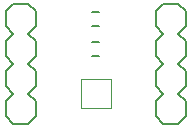
<source format=gto>
G75*
%MOIN*%
%OFA0B0*%
%FSLAX25Y25*%
%IPPOS*%
%LPD*%
%AMOC8*
5,1,8,0,0,1.08239X$1,22.5*
%
%ADD10C,0.00600*%
%ADD11C,0.00800*%
%ADD12C,0.00039*%
D10*
X0035619Y0029438D02*
X0037981Y0029438D01*
X0037981Y0034162D02*
X0035619Y0034162D01*
X0035619Y0039438D02*
X0037981Y0039438D01*
X0037981Y0044162D02*
X0035619Y0044162D01*
D11*
X0014300Y0006800D02*
X0009300Y0006800D01*
X0006800Y0009300D01*
X0006800Y0014300D01*
X0009300Y0016800D01*
X0006800Y0019300D01*
X0006800Y0024300D01*
X0009300Y0026800D01*
X0006800Y0029300D01*
X0006800Y0034300D01*
X0009300Y0036800D01*
X0006800Y0039300D01*
X0006800Y0044300D01*
X0009300Y0046800D01*
X0014300Y0046800D01*
X0016800Y0044300D01*
X0016800Y0039300D01*
X0014300Y0036800D01*
X0016800Y0034300D01*
X0016800Y0029300D01*
X0014300Y0026800D01*
X0016800Y0024300D01*
X0016800Y0019300D01*
X0014300Y0016800D01*
X0016800Y0014300D01*
X0016800Y0009300D01*
X0014300Y0006800D01*
X0056800Y0009300D02*
X0056800Y0014300D01*
X0059300Y0016800D01*
X0056800Y0019300D01*
X0056800Y0024300D01*
X0059300Y0026800D01*
X0056800Y0029300D01*
X0056800Y0034300D01*
X0059300Y0036800D01*
X0056800Y0039300D01*
X0056800Y0044300D01*
X0059300Y0046800D01*
X0064300Y0046800D01*
X0066800Y0044300D01*
X0066800Y0039300D01*
X0064300Y0036800D01*
X0066800Y0034300D01*
X0066800Y0029300D01*
X0064300Y0026800D01*
X0066800Y0024300D01*
X0066800Y0019300D01*
X0064300Y0016800D01*
X0066800Y0014300D01*
X0066800Y0009300D01*
X0064300Y0006800D01*
X0059300Y0006800D01*
X0056800Y0009300D01*
D12*
X0041800Y0011957D02*
X0041800Y0021800D01*
X0031957Y0021800D01*
X0031957Y0011957D01*
X0041800Y0011957D01*
M02*

</source>
